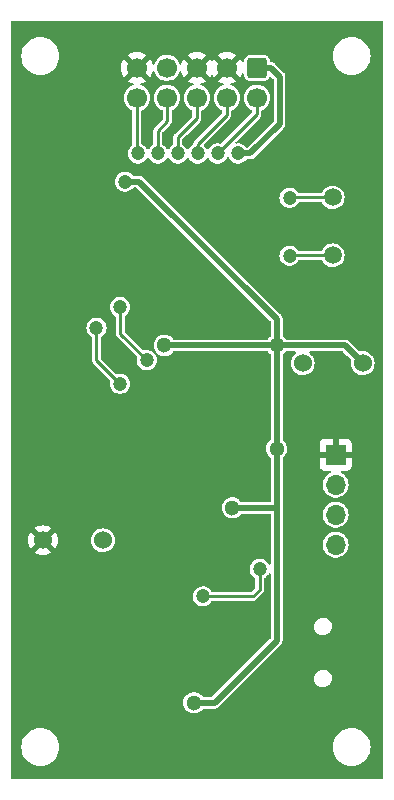
<source format=gbr>
%TF.GenerationSoftware,KiCad,Pcbnew,7.0.1*%
%TF.CreationDate,2023-03-18T11:39:06+07:00*%
%TF.ProjectId,BMP,424d502e-6b69-4636-9164-5f7063625858,rev?*%
%TF.SameCoordinates,Original*%
%TF.FileFunction,Copper,L2,Bot*%
%TF.FilePolarity,Positive*%
%FSLAX46Y46*%
G04 Gerber Fmt 4.6, Leading zero omitted, Abs format (unit mm)*
G04 Created by KiCad (PCBNEW 7.0.1) date 2023-03-18 11:39:06*
%MOMM*%
%LPD*%
G01*
G04 APERTURE LIST*
G04 Aperture macros list*
%AMRoundRect*
0 Rectangle with rounded corners*
0 $1 Rounding radius*
0 $2 $3 $4 $5 $6 $7 $8 $9 X,Y pos of 4 corners*
0 Add a 4 corners polygon primitive as box body*
4,1,4,$2,$3,$4,$5,$6,$7,$8,$9,$2,$3,0*
0 Add four circle primitives for the rounded corners*
1,1,$1+$1,$2,$3*
1,1,$1+$1,$4,$5*
1,1,$1+$1,$6,$7*
1,1,$1+$1,$8,$9*
0 Add four rect primitives between the rounded corners*
20,1,$1+$1,$2,$3,$4,$5,0*
20,1,$1+$1,$4,$5,$6,$7,0*
20,1,$1+$1,$6,$7,$8,$9,0*
20,1,$1+$1,$8,$9,$2,$3,0*%
G04 Aperture macros list end*
%TA.AperFunction,ComponentPad*%
%ADD10C,1.700000*%
%TD*%
%TA.AperFunction,ComponentPad*%
%ADD11RoundRect,0.250000X-0.600000X0.600000X-0.600000X-0.600000X0.600000X-0.600000X0.600000X0.600000X0*%
%TD*%
%TA.AperFunction,ComponentPad*%
%ADD12O,1.700000X1.700000*%
%TD*%
%TA.AperFunction,ComponentPad*%
%ADD13R,1.700000X1.700000*%
%TD*%
%TA.AperFunction,ComponentPad*%
%ADD14C,1.524000*%
%TD*%
%TA.AperFunction,ComponentPad*%
%ADD15C,1.500000*%
%TD*%
%TA.AperFunction,ViaPad*%
%ADD16C,1.200000*%
%TD*%
%TA.AperFunction,ViaPad*%
%ADD17C,1.300000*%
%TD*%
%TA.AperFunction,Conductor*%
%ADD18C,0.250000*%
%TD*%
%TA.AperFunction,Conductor*%
%ADD19C,0.500000*%
%TD*%
G04 APERTURE END LIST*
D10*
%TO.P,J2,10,Pin_10*%
%TO.N,/TARGET_RST*%
X12670000Y-8040000D03*
%TO.P,J2,9,Pin_9*%
%TO.N,GND*%
X12670000Y-5500000D03*
%TO.P,J2,8,Pin_8*%
%TO.N,/TARGET_TDI*%
X15210000Y-8040000D03*
%TO.P,J2,7,Pin_7*%
%TO.N,unconnected-(J2-Pin_7-Pad7)*%
X15210000Y-5500000D03*
%TO.P,J2,6,Pin_6*%
%TO.N,/TARGET_TDO*%
X17750000Y-8040000D03*
%TO.P,J2,5,Pin_5*%
%TO.N,GND*%
X17750000Y-5500000D03*
%TO.P,J2,4,Pin_4*%
%TO.N,/TARGET_TCK*%
X20290000Y-8040000D03*
%TO.P,J2,3,Pin_3*%
%TO.N,GND*%
X20290000Y-5500000D03*
%TO.P,J2,2,Pin_2*%
%TO.N,/TARGET_TMS*%
X22830000Y-8040000D03*
D11*
%TO.P,J2,1,Pin_1*%
%TO.N,/TPWR*%
X22830000Y-5500000D03*
%TD*%
D12*
%TO.P,J1,4,Pin_4*%
%TO.N,+3.3V*%
X29500000Y-45870000D03*
%TO.P,J1,3,Pin_3*%
%TO.N,/RXD*%
X29500000Y-43330000D03*
%TO.P,J1,2,Pin_2*%
%TO.N,/TXD*%
X29500000Y-40790000D03*
D13*
%TO.P,J1,1,Pin_1*%
%TO.N,GND*%
X29500000Y-38250000D03*
%TD*%
D14*
%TO.P,SW1,2,2*%
%TO.N,/FORCE_BOOTLOADER*%
X9790000Y-45500000D03*
%TO.P,SW1,1,1*%
%TO.N,GND*%
X4710000Y-45500000D03*
%TD*%
D15*
%TO.P,Y1,2,2*%
%TO.N,Net-(U1-PD0)*%
X29250000Y-21375000D03*
%TO.P,Y1,1,1*%
%TO.N,Net-(U1-PD1)*%
X29250000Y-16475000D03*
%TD*%
D14*
%TO.P,SW2,2,2*%
%TO.N,+3.3V*%
X31790000Y-30500000D03*
%TO.P,SW2,1,1*%
%TO.N,Net-(U1-BOOT0)*%
X26710000Y-30500000D03*
%TD*%
D16*
%TO.N,Net-(U1-PD0)*%
X25600000Y-21400000D03*
%TO.N,Net-(U1-PD1)*%
X25600000Y-16500000D03*
%TO.N,GND*%
X11000000Y-12750000D03*
%TO.N,/TPWR*%
X21250000Y-12750000D03*
%TO.N,/TARGET_TMS*%
X19500000Y-12750000D03*
%TO.N,/TARGET_TCK*%
X17812500Y-12750000D03*
%TO.N,/TARGET_TDI*%
X14437500Y-12750000D03*
%TO.N,/TARGET_TDO*%
X16125000Y-12750000D03*
%TO.N,/TARGET_RST*%
X12750000Y-12750000D03*
D17*
%TO.N,GND*%
X18250000Y-52250000D03*
D16*
X10000000Y-42000000D03*
X8500000Y-17750000D03*
D17*
X26750000Y-38000000D03*
D16*
X15000000Y-49750000D03*
D17*
X26750000Y-42750000D03*
%TO.N,+3.3V*%
X15000000Y-29000000D03*
X17500000Y-59250000D03*
X20750000Y-42750000D03*
X24500000Y-37750000D03*
X24500000Y-29000000D03*
D16*
X11667315Y-15127302D03*
%TO.N,Net-(CN1-D+)*%
X23066926Y-47911739D03*
X18250000Y-50250000D03*
%TO.N,/RST*%
X13500000Y-30250000D03*
X11250000Y-25750000D03*
%TO.N,/TDI*%
X11250000Y-32250000D03*
X9250000Y-27500000D03*
%TD*%
D18*
%TO.N,Net-(U1-PD0)*%
X25625000Y-21375000D02*
X29250000Y-21375000D01*
X25600000Y-21400000D02*
X25625000Y-21375000D01*
%TO.N,Net-(U1-PD1)*%
X25625000Y-16475000D02*
X29250000Y-16475000D01*
D19*
%TO.N,/TPWR*%
X24750000Y-6250000D02*
X24000000Y-5500000D01*
X22250000Y-12750000D02*
X24750000Y-10250000D01*
X21250000Y-12750000D02*
X22250000Y-12750000D01*
X24000000Y-5500000D02*
X22830000Y-5500000D01*
X24750000Y-10250000D02*
X24750000Y-6250000D01*
D18*
%TO.N,/TARGET_TMS*%
X22830000Y-9420000D02*
X22830000Y-8040000D01*
X19500000Y-12750000D02*
X22830000Y-9420000D01*
%TO.N,/TARGET_TCK*%
X20290000Y-9460000D02*
X20290000Y-8040000D01*
X17812500Y-11937500D02*
X20290000Y-9460000D01*
X17812500Y-12750000D02*
X17812500Y-11937500D01*
%TO.N,/TARGET_TDO*%
X17750000Y-9750000D02*
X17750000Y-8040000D01*
X16125000Y-11375000D02*
X17750000Y-9750000D01*
X16125000Y-12750000D02*
X16125000Y-11375000D01*
%TO.N,/TARGET_TDI*%
X15250000Y-8080000D02*
X15210000Y-8040000D01*
X15250000Y-10000000D02*
X15250000Y-8080000D01*
X14437500Y-10812500D02*
X15250000Y-10000000D01*
X14437500Y-12750000D02*
X14437500Y-10812500D01*
%TO.N,/TARGET_RST*%
X12670000Y-12670000D02*
X12670000Y-8040000D01*
X12750000Y-12750000D02*
X12670000Y-12670000D01*
D19*
%TO.N,+3.3V*%
X11667315Y-15127302D02*
X12877302Y-15127302D01*
X20750000Y-42750000D02*
X24500000Y-42750000D01*
X24500000Y-26750000D02*
X24500000Y-29000000D01*
X12877302Y-15127302D02*
X24500000Y-26750000D01*
X30290000Y-29000000D02*
X31790000Y-30500000D01*
X24500000Y-37750000D02*
X24500000Y-29000000D01*
X24500000Y-54000000D02*
X24500000Y-42750000D01*
X24500000Y-42750000D02*
X24500000Y-37750000D01*
X24500000Y-29000000D02*
X30290000Y-29000000D01*
X19250000Y-59250000D02*
X17500000Y-59250000D01*
X24500000Y-54000000D02*
X19250000Y-59250000D01*
X15000000Y-29000000D02*
X24500000Y-29000000D01*
D18*
%TO.N,Net-(CN1-D+)*%
X23066926Y-47911739D02*
X23066926Y-49683074D01*
X22500000Y-50250000D02*
X18250000Y-50250000D01*
X23066926Y-49683074D02*
X22500000Y-50250000D01*
%TO.N,/RST*%
X11250000Y-25750000D02*
X11250000Y-28000000D01*
X11250000Y-28000000D02*
X13500000Y-30250000D01*
%TO.N,/TDI*%
X11250000Y-32250000D02*
X9250000Y-30250000D01*
X9250000Y-30250000D02*
X9250000Y-27500000D01*
%TD*%
%TA.AperFunction,Conductor*%
%TO.N,GND*%
G36*
X33450000Y-1513763D02*
G01*
X33486237Y-1550000D01*
X33499500Y-1599500D01*
X33499500Y-65650500D01*
X33486237Y-65700000D01*
X33450000Y-65736237D01*
X33400500Y-65749500D01*
X2099500Y-65749500D01*
X2050000Y-65736237D01*
X2013763Y-65700000D01*
X2000500Y-65650500D01*
X2000500Y-62999999D01*
X2894551Y-62999999D01*
X2914316Y-63251146D01*
X2973127Y-63496112D01*
X3069535Y-63728862D01*
X3201163Y-63943658D01*
X3364775Y-64135224D01*
X3556341Y-64298836D01*
X3771137Y-64430464D01*
X3771139Y-64430464D01*
X3771141Y-64430466D01*
X4003889Y-64526873D01*
X4248852Y-64585683D01*
X4500000Y-64605449D01*
X4751148Y-64585683D01*
X4996111Y-64526873D01*
X5228859Y-64430466D01*
X5443659Y-64298836D01*
X5635224Y-64135224D01*
X5798836Y-63943659D01*
X5930466Y-63728859D01*
X6026873Y-63496111D01*
X6085683Y-63251148D01*
X6105449Y-63000000D01*
X6105449Y-62999999D01*
X29244551Y-62999999D01*
X29264316Y-63251146D01*
X29323127Y-63496112D01*
X29419535Y-63728862D01*
X29551163Y-63943658D01*
X29714775Y-64135224D01*
X29906341Y-64298836D01*
X30121137Y-64430464D01*
X30121139Y-64430464D01*
X30121141Y-64430466D01*
X30353889Y-64526873D01*
X30598852Y-64585683D01*
X30850000Y-64605449D01*
X31101148Y-64585683D01*
X31346111Y-64526873D01*
X31578859Y-64430466D01*
X31793659Y-64298836D01*
X31985224Y-64135224D01*
X32148836Y-63943659D01*
X32280466Y-63728859D01*
X32376873Y-63496111D01*
X32435683Y-63251148D01*
X32455449Y-63000000D01*
X32435683Y-62748852D01*
X32376873Y-62503889D01*
X32280466Y-62271141D01*
X32148836Y-62056341D01*
X31985224Y-61864775D01*
X31793658Y-61701163D01*
X31578862Y-61569535D01*
X31346112Y-61473127D01*
X31101146Y-61414316D01*
X30850000Y-61394551D01*
X30598853Y-61414316D01*
X30353887Y-61473127D01*
X30121137Y-61569535D01*
X29906341Y-61701163D01*
X29714775Y-61864775D01*
X29551163Y-62056341D01*
X29419535Y-62271137D01*
X29323127Y-62503887D01*
X29264316Y-62748853D01*
X29244551Y-62999999D01*
X6105449Y-62999999D01*
X6085683Y-62748852D01*
X6026873Y-62503889D01*
X5930466Y-62271141D01*
X5798836Y-62056341D01*
X5635224Y-61864775D01*
X5443658Y-61701163D01*
X5228862Y-61569535D01*
X4996112Y-61473127D01*
X4751146Y-61414316D01*
X4500000Y-61394551D01*
X4248853Y-61414316D01*
X4003887Y-61473127D01*
X3771137Y-61569535D01*
X3556341Y-61701163D01*
X3364775Y-61864775D01*
X3201163Y-62056341D01*
X3069535Y-62271137D01*
X2973127Y-62503887D01*
X2914316Y-62748853D01*
X2894551Y-62999999D01*
X2000500Y-62999999D01*
X2000500Y-46551741D01*
X4011811Y-46551741D01*
X4076586Y-46597097D01*
X4276722Y-46690421D01*
X4490021Y-46747575D01*
X4710000Y-46766821D01*
X4929978Y-46747575D01*
X5143277Y-46690421D01*
X5343411Y-46597098D01*
X5408186Y-46551741D01*
X4709999Y-45853554D01*
X4011811Y-46551741D01*
X2000500Y-46551741D01*
X2000500Y-45500000D01*
X3443178Y-45500000D01*
X3462424Y-45719978D01*
X3519578Y-45933277D01*
X3612902Y-46133413D01*
X3658257Y-46198186D01*
X4356444Y-45499999D01*
X5063554Y-45499999D01*
X5761741Y-46198186D01*
X5807098Y-46133411D01*
X5900421Y-45933277D01*
X5957575Y-45719978D01*
X5976821Y-45500000D01*
X5976821Y-45499999D01*
X8772600Y-45499999D01*
X8792149Y-45698483D01*
X8850045Y-45889342D01*
X8944062Y-46065236D01*
X9000014Y-46133413D01*
X9070590Y-46219410D01*
X9131323Y-46269252D01*
X9224763Y-46345937D01*
X9400657Y-46439954D01*
X9439768Y-46451818D01*
X9591515Y-46497850D01*
X9790000Y-46517399D01*
X9988485Y-46497850D01*
X10179342Y-46439954D01*
X10179342Y-46439953D01*
X10355236Y-46345937D01*
X10369059Y-46334592D01*
X10509410Y-46219410D01*
X10635936Y-46065237D01*
X10729954Y-45889342D01*
X10787850Y-45698485D01*
X10807399Y-45500000D01*
X10787850Y-45301515D01*
X10740810Y-45146444D01*
X10729954Y-45110657D01*
X10635937Y-44934763D01*
X10531064Y-44806976D01*
X10509410Y-44780590D01*
X10446145Y-44728670D01*
X10355236Y-44654062D01*
X10179342Y-44560045D01*
X9988483Y-44502149D01*
X9789999Y-44482600D01*
X9591516Y-44502149D01*
X9400657Y-44560045D01*
X9224763Y-44654062D01*
X9070590Y-44780590D01*
X8944062Y-44934763D01*
X8850045Y-45110657D01*
X8792149Y-45301516D01*
X8772600Y-45499999D01*
X5976821Y-45499999D01*
X5957575Y-45280021D01*
X5900420Y-45066717D01*
X5807100Y-44866592D01*
X5761741Y-44801812D01*
X5063554Y-45499999D01*
X4356444Y-45499999D01*
X3658257Y-44801812D01*
X3612899Y-44866592D01*
X3519579Y-45066717D01*
X3462424Y-45280021D01*
X3443178Y-45500000D01*
X2000500Y-45500000D01*
X2000500Y-44448257D01*
X4011812Y-44448257D01*
X4709999Y-45146444D01*
X5408186Y-44448257D01*
X5343413Y-44402902D01*
X5143277Y-44309578D01*
X4929978Y-44252424D01*
X4710000Y-44233178D01*
X4490021Y-44252424D01*
X4276717Y-44309579D01*
X4076592Y-44402899D01*
X4011812Y-44448257D01*
X2000500Y-44448257D01*
X2000500Y-27500000D01*
X8394815Y-27500000D01*
X8413503Y-27677803D01*
X8468750Y-27847835D01*
X8558141Y-28002665D01*
X8606307Y-28056159D01*
X8677770Y-28135526D01*
X8830825Y-28246729D01*
X8829126Y-28249066D01*
X8858528Y-28274177D01*
X8874500Y-28328097D01*
X8874500Y-30200789D01*
X8872393Y-30221105D01*
X8869633Y-30234267D01*
X8873740Y-30267217D01*
X8874500Y-30279462D01*
X8874500Y-30281118D01*
X8878003Y-30302115D01*
X8878593Y-30306159D01*
X8885756Y-30363622D01*
X8887536Y-30369178D01*
X8915088Y-30420091D01*
X8916959Y-30423726D01*
X8942390Y-30475743D01*
X8945867Y-30480407D01*
X8949580Y-30483825D01*
X8949581Y-30483826D01*
X8988473Y-30519629D01*
X8991400Y-30522437D01*
X10401911Y-31932948D01*
X10428172Y-31979841D01*
X10426062Y-32033544D01*
X10413503Y-32072195D01*
X10394815Y-32250000D01*
X10413503Y-32427802D01*
X10468750Y-32597835D01*
X10558142Y-32752666D01*
X10677770Y-32885526D01*
X10822406Y-32990612D01*
X10931864Y-33039345D01*
X10985733Y-33063329D01*
X11160609Y-33100500D01*
X11339389Y-33100500D01*
X11339391Y-33100500D01*
X11514267Y-33063329D01*
X11677593Y-32990612D01*
X11822230Y-32885526D01*
X11941859Y-32752665D01*
X12031250Y-32597835D01*
X12086497Y-32427803D01*
X12105185Y-32250000D01*
X12086497Y-32072197D01*
X12031250Y-31902165D01*
X11941859Y-31747335D01*
X11822230Y-31614474D01*
X11822229Y-31614473D01*
X11677593Y-31509387D01*
X11514270Y-31436672D01*
X11514268Y-31436671D01*
X11514267Y-31436671D01*
X11339391Y-31399500D01*
X11160609Y-31399500D01*
X11023445Y-31428654D01*
X10974745Y-31426740D01*
X10932859Y-31401821D01*
X9654496Y-30123458D01*
X9633036Y-30091340D01*
X9625500Y-30053454D01*
X9625500Y-28328097D01*
X9641472Y-28274177D01*
X9670873Y-28249066D01*
X9669175Y-28246729D01*
X9769653Y-28173726D01*
X9822230Y-28135526D01*
X9941859Y-28002665D01*
X10031250Y-27847835D01*
X10086497Y-27677803D01*
X10105185Y-27500000D01*
X10086497Y-27322197D01*
X10031250Y-27152165D01*
X9941859Y-26997335D01*
X9822230Y-26864474D01*
X9822229Y-26864473D01*
X9677593Y-26759387D01*
X9514270Y-26686672D01*
X9514268Y-26686671D01*
X9514267Y-26686671D01*
X9339391Y-26649500D01*
X9160609Y-26649500D01*
X9073170Y-26668085D01*
X8985731Y-26686671D01*
X8822409Y-26759387D01*
X8677767Y-26864475D01*
X8558142Y-26997332D01*
X8468750Y-27152164D01*
X8468750Y-27152165D01*
X8413503Y-27322197D01*
X8394815Y-27500000D01*
X2000500Y-27500000D01*
X2000500Y-25749999D01*
X10394815Y-25749999D01*
X10413503Y-25927802D01*
X10468750Y-26097835D01*
X10558142Y-26252666D01*
X10677770Y-26385526D01*
X10830825Y-26496729D01*
X10829126Y-26499066D01*
X10858528Y-26524177D01*
X10874500Y-26578097D01*
X10874500Y-27950789D01*
X10872393Y-27971105D01*
X10869633Y-27984267D01*
X10873740Y-28017217D01*
X10874500Y-28029462D01*
X10874500Y-28031118D01*
X10878003Y-28052115D01*
X10878593Y-28056159D01*
X10885756Y-28113622D01*
X10887536Y-28119178D01*
X10915088Y-28170091D01*
X10916958Y-28173724D01*
X10929859Y-28200113D01*
X10942390Y-28225743D01*
X10945867Y-28230407D01*
X10949580Y-28233825D01*
X10949581Y-28233826D01*
X10988473Y-28269629D01*
X10991400Y-28272437D01*
X12651911Y-29932948D01*
X12678172Y-29979841D01*
X12676062Y-30033544D01*
X12663503Y-30072195D01*
X12646364Y-30235259D01*
X12644815Y-30250000D01*
X12663503Y-30427803D01*
X12693331Y-30519604D01*
X12718750Y-30597835D01*
X12808142Y-30752666D01*
X12927770Y-30885526D01*
X13072406Y-30990612D01*
X13181864Y-31039345D01*
X13235733Y-31063329D01*
X13410609Y-31100500D01*
X13589389Y-31100500D01*
X13589391Y-31100500D01*
X13764267Y-31063329D01*
X13927593Y-30990612D01*
X14072230Y-30885526D01*
X14191859Y-30752665D01*
X14281250Y-30597835D01*
X14336497Y-30427803D01*
X14355185Y-30250000D01*
X14336497Y-30072197D01*
X14281250Y-29902165D01*
X14191859Y-29747335D01*
X14072230Y-29614474D01*
X14005716Y-29566148D01*
X13927593Y-29509387D01*
X13764270Y-29436672D01*
X13764268Y-29436671D01*
X13764267Y-29436671D01*
X13589391Y-29399500D01*
X13410609Y-29399500D01*
X13273445Y-29428654D01*
X13224745Y-29426740D01*
X13182859Y-29401821D01*
X11654496Y-27873458D01*
X11633036Y-27841340D01*
X11625500Y-27803454D01*
X11625500Y-26578097D01*
X11641472Y-26524177D01*
X11670873Y-26499066D01*
X11669175Y-26496729D01*
X11756989Y-26432927D01*
X11822230Y-26385526D01*
X11941859Y-26252665D01*
X12031250Y-26097835D01*
X12086497Y-25927803D01*
X12105185Y-25750000D01*
X12086497Y-25572197D01*
X12031250Y-25402165D01*
X11941859Y-25247335D01*
X11822230Y-25114474D01*
X11822229Y-25114473D01*
X11677593Y-25009387D01*
X11514270Y-24936672D01*
X11514268Y-24936671D01*
X11514267Y-24936671D01*
X11339391Y-24899500D01*
X11160609Y-24899500D01*
X11073171Y-24918085D01*
X10985731Y-24936671D01*
X10822409Y-25009387D01*
X10677767Y-25114475D01*
X10558142Y-25247332D01*
X10468750Y-25402164D01*
X10413503Y-25572197D01*
X10394815Y-25749999D01*
X2000500Y-25749999D01*
X2000500Y-15127302D01*
X10812130Y-15127302D01*
X10830818Y-15305105D01*
X10886065Y-15475137D01*
X10975456Y-15629967D01*
X10993044Y-15649500D01*
X11095085Y-15762828D01*
X11239721Y-15867914D01*
X11348763Y-15916462D01*
X11403048Y-15940631D01*
X11577924Y-15977802D01*
X11756704Y-15977802D01*
X11756706Y-15977802D01*
X11931582Y-15940631D01*
X12094908Y-15867914D01*
X12239545Y-15762828D01*
X12331628Y-15660558D01*
X12364934Y-15636361D01*
X12405201Y-15627802D01*
X12628980Y-15627802D01*
X12666866Y-15635338D01*
X12698984Y-15656798D01*
X23970504Y-26928318D01*
X23991964Y-26960436D01*
X23999500Y-26998322D01*
X23999500Y-28200113D01*
X23988709Y-28245058D01*
X23958690Y-28280206D01*
X23894128Y-28327111D01*
X23768403Y-28466744D01*
X23735099Y-28490941D01*
X23694832Y-28499500D01*
X15805168Y-28499500D01*
X15764901Y-28490941D01*
X15731597Y-28466744D01*
X15605873Y-28327113D01*
X15472767Y-28230407D01*
X15452730Y-28215849D01*
X15417387Y-28200113D01*
X15279804Y-28138856D01*
X15218084Y-28125737D01*
X15094646Y-28099500D01*
X14905354Y-28099500D01*
X14838915Y-28113622D01*
X14720195Y-28138856D01*
X14547271Y-28215848D01*
X14394126Y-28327113D01*
X14267468Y-28467781D01*
X14172821Y-28631715D01*
X14114326Y-28811744D01*
X14094540Y-29000000D01*
X14114326Y-29188255D01*
X14172821Y-29368284D01*
X14267468Y-29532218D01*
X14394126Y-29672886D01*
X14394129Y-29672888D01*
X14547270Y-29784151D01*
X14720197Y-29861144D01*
X14905354Y-29900500D01*
X15094644Y-29900500D01*
X15094646Y-29900500D01*
X15279803Y-29861144D01*
X15452730Y-29784151D01*
X15605871Y-29672888D01*
X15648176Y-29625904D01*
X15731597Y-29533256D01*
X15764901Y-29509059D01*
X15805168Y-29500500D01*
X23694832Y-29500500D01*
X23735099Y-29509059D01*
X23768403Y-29533256D01*
X23894128Y-29672888D01*
X23958690Y-29719794D01*
X23988709Y-29754942D01*
X23999500Y-29799887D01*
X23999500Y-36950113D01*
X23988709Y-36995058D01*
X23958690Y-37030206D01*
X23894128Y-37077111D01*
X23767468Y-37217781D01*
X23672821Y-37381715D01*
X23614326Y-37561744D01*
X23594540Y-37749999D01*
X23614326Y-37938255D01*
X23672821Y-38118284D01*
X23767468Y-38282218D01*
X23894128Y-38422888D01*
X23958690Y-38469794D01*
X23988709Y-38504942D01*
X23999500Y-38549887D01*
X23999500Y-42150500D01*
X23986237Y-42200000D01*
X23950000Y-42236237D01*
X23900500Y-42249500D01*
X21555168Y-42249500D01*
X21514901Y-42240941D01*
X21481597Y-42216744D01*
X21355873Y-42077113D01*
X21279300Y-42021480D01*
X21202730Y-41965849D01*
X21202728Y-41965848D01*
X21029804Y-41888856D01*
X20968083Y-41875737D01*
X20844646Y-41849500D01*
X20655354Y-41849500D01*
X20562775Y-41869178D01*
X20470195Y-41888856D01*
X20297271Y-41965848D01*
X20144126Y-42077113D01*
X20017468Y-42217781D01*
X19922821Y-42381715D01*
X19864326Y-42561744D01*
X19844540Y-42750000D01*
X19864326Y-42938255D01*
X19922821Y-43118284D01*
X20017468Y-43282218D01*
X20144126Y-43422886D01*
X20144129Y-43422888D01*
X20297270Y-43534151D01*
X20470197Y-43611144D01*
X20655354Y-43650500D01*
X20844644Y-43650500D01*
X20844646Y-43650500D01*
X21029803Y-43611144D01*
X21202730Y-43534151D01*
X21355871Y-43422888D01*
X21439509Y-43329999D01*
X21481597Y-43283256D01*
X21514901Y-43259059D01*
X21555168Y-43250500D01*
X23900500Y-43250500D01*
X23950000Y-43263763D01*
X23986237Y-43300000D01*
X23999500Y-43349500D01*
X23999500Y-47456532D01*
X23986236Y-47506032D01*
X23950000Y-47542269D01*
X23900500Y-47555532D01*
X23851000Y-47542268D01*
X23814764Y-47506033D01*
X23758785Y-47409074D01*
X23758784Y-47409073D01*
X23758783Y-47409071D01*
X23639155Y-47276212D01*
X23494519Y-47171126D01*
X23331196Y-47098411D01*
X23331194Y-47098410D01*
X23331193Y-47098410D01*
X23156317Y-47061239D01*
X22977535Y-47061239D01*
X22890096Y-47079824D01*
X22802657Y-47098410D01*
X22639335Y-47171126D01*
X22494693Y-47276214D01*
X22375068Y-47409071D01*
X22285676Y-47563903D01*
X22285676Y-47563904D01*
X22230429Y-47733936D01*
X22211741Y-47911739D01*
X22230429Y-48089542D01*
X22285676Y-48259574D01*
X22319088Y-48317446D01*
X22375068Y-48414405D01*
X22494696Y-48547265D01*
X22647751Y-48658468D01*
X22646052Y-48660805D01*
X22675454Y-48685916D01*
X22691426Y-48739836D01*
X22691426Y-49486528D01*
X22683890Y-49524414D01*
X22662430Y-49556532D01*
X22373458Y-49845504D01*
X22341340Y-49866964D01*
X22303454Y-49874500D01*
X19072435Y-49874500D01*
X19022935Y-49861236D01*
X18986700Y-49825002D01*
X18941859Y-49747335D01*
X18941858Y-49747334D01*
X18941857Y-49747332D01*
X18822229Y-49614473D01*
X18677593Y-49509387D01*
X18514270Y-49436672D01*
X18514268Y-49436671D01*
X18514267Y-49436671D01*
X18339391Y-49399500D01*
X18160609Y-49399500D01*
X18073171Y-49418085D01*
X17985731Y-49436671D01*
X17822409Y-49509387D01*
X17677767Y-49614475D01*
X17558142Y-49747332D01*
X17468750Y-49902164D01*
X17442359Y-49983387D01*
X17413503Y-50072197D01*
X17394815Y-50250000D01*
X17413503Y-50427803D01*
X17453344Y-50550419D01*
X17468750Y-50597835D01*
X17558142Y-50752666D01*
X17677770Y-50885526D01*
X17822406Y-50990612D01*
X17931864Y-51039345D01*
X17985733Y-51063329D01*
X18160609Y-51100500D01*
X18339389Y-51100500D01*
X18339391Y-51100500D01*
X18514267Y-51063329D01*
X18677593Y-50990612D01*
X18822230Y-50885526D01*
X18941859Y-50752665D01*
X18986700Y-50674997D01*
X19022935Y-50638764D01*
X19072435Y-50625500D01*
X22450789Y-50625500D01*
X22471105Y-50627607D01*
X22484268Y-50630367D01*
X22517216Y-50626260D01*
X22529462Y-50625500D01*
X22531112Y-50625500D01*
X22531114Y-50625500D01*
X22552147Y-50621989D01*
X22556143Y-50621407D01*
X22608626Y-50614866D01*
X22608627Y-50614865D01*
X22613637Y-50614241D01*
X22619163Y-50612470D01*
X22623605Y-50610065D01*
X22623610Y-50610065D01*
X22670104Y-50584903D01*
X22673694Y-50583055D01*
X22721211Y-50559826D01*
X22721212Y-50559824D01*
X22725755Y-50557604D01*
X22730397Y-50554142D01*
X22733822Y-50550420D01*
X22733826Y-50550419D01*
X22769653Y-50511499D01*
X22772415Y-50508620D01*
X23297653Y-49983382D01*
X23313503Y-49970512D01*
X23324762Y-49963158D01*
X23345152Y-49936959D01*
X23353270Y-49927766D01*
X23354445Y-49926592D01*
X23366830Y-49909243D01*
X23369231Y-49906022D01*
X23401735Y-49864263D01*
X23401736Y-49864259D01*
X23404844Y-49860267D01*
X23407491Y-49855126D01*
X23408936Y-49850273D01*
X23424022Y-49799599D01*
X23425245Y-49795778D01*
X23442426Y-49745734D01*
X23442426Y-49745730D01*
X23444063Y-49740961D01*
X23444902Y-49735202D01*
X23442511Y-49677374D01*
X23442426Y-49673283D01*
X23442426Y-48739836D01*
X23458398Y-48685916D01*
X23487799Y-48660805D01*
X23486101Y-48658468D01*
X23570906Y-48596851D01*
X23639156Y-48547265D01*
X23758785Y-48414404D01*
X23814764Y-48317444D01*
X23851000Y-48281210D01*
X23900500Y-48267946D01*
X23950000Y-48281209D01*
X23986236Y-48317446D01*
X23999500Y-48366946D01*
X23999500Y-53751678D01*
X23991964Y-53789564D01*
X23970504Y-53821682D01*
X19071682Y-58720504D01*
X19039564Y-58741964D01*
X19001678Y-58749500D01*
X18305168Y-58749500D01*
X18264901Y-58740941D01*
X18231597Y-58716744D01*
X18105873Y-58577113D01*
X18029300Y-58521480D01*
X17952730Y-58465849D01*
X17952728Y-58465848D01*
X17779804Y-58388856D01*
X17718084Y-58375737D01*
X17594646Y-58349500D01*
X17405354Y-58349500D01*
X17312775Y-58369178D01*
X17220195Y-58388856D01*
X17047271Y-58465848D01*
X16894126Y-58577113D01*
X16767468Y-58717781D01*
X16672821Y-58881715D01*
X16614326Y-59061744D01*
X16594540Y-59249999D01*
X16614326Y-59438255D01*
X16672821Y-59618284D01*
X16767468Y-59782218D01*
X16894126Y-59922886D01*
X16894129Y-59922888D01*
X17047270Y-60034151D01*
X17220197Y-60111144D01*
X17405354Y-60150500D01*
X17594644Y-60150500D01*
X17594646Y-60150500D01*
X17779803Y-60111144D01*
X17952730Y-60034151D01*
X18105871Y-59922888D01*
X18231595Y-59783256D01*
X18264901Y-59759059D01*
X18305168Y-59750500D01*
X19185546Y-59750500D01*
X19206590Y-59752762D01*
X19213927Y-59754359D01*
X19264355Y-59750752D01*
X19271418Y-59750500D01*
X19285801Y-59750500D01*
X19294391Y-59749264D01*
X19300037Y-59748452D01*
X19307043Y-59747698D01*
X19357483Y-59744091D01*
X19364517Y-59741467D01*
X19385022Y-59736233D01*
X19392457Y-59735165D01*
X19438450Y-59714159D01*
X19444952Y-59711466D01*
X19492331Y-59693796D01*
X19498349Y-59689290D01*
X19516548Y-59678493D01*
X19523373Y-59675377D01*
X19523374Y-59675375D01*
X19523376Y-59675375D01*
X19561563Y-59642284D01*
X19567053Y-59637858D01*
X19578593Y-59629221D01*
X19588779Y-59619033D01*
X19593907Y-59614258D01*
X19632143Y-59581128D01*
X19636199Y-59574814D01*
X19649477Y-59558335D01*
X21963875Y-57243937D01*
X27670669Y-57243937D01*
X27701134Y-57416712D01*
X27770622Y-57577802D01*
X27770623Y-57577804D01*
X27875390Y-57718530D01*
X27947253Y-57778830D01*
X28009783Y-57831300D01*
X28009784Y-57831300D01*
X28009786Y-57831302D01*
X28166567Y-57910040D01*
X28166569Y-57910041D01*
X28337277Y-57950500D01*
X28337279Y-57950500D01*
X28468704Y-57950500D01*
X28468709Y-57950500D01*
X28599255Y-57935241D01*
X28764117Y-57875237D01*
X28910696Y-57778830D01*
X29031092Y-57651218D01*
X29118812Y-57499281D01*
X29169130Y-57331210D01*
X29179331Y-57156065D01*
X29148865Y-56983289D01*
X29148865Y-56983287D01*
X29079377Y-56822197D01*
X29079377Y-56822196D01*
X28974610Y-56681470D01*
X28907411Y-56625083D01*
X28840216Y-56568699D01*
X28683430Y-56489958D01*
X28512723Y-56449500D01*
X28512721Y-56449500D01*
X28381291Y-56449500D01*
X28288043Y-56460399D01*
X28250743Y-56464759D01*
X28085882Y-56524763D01*
X27939304Y-56621169D01*
X27818909Y-56748780D01*
X27731188Y-56900719D01*
X27680870Y-57068789D01*
X27670669Y-57243937D01*
X21963875Y-57243937D01*
X24808335Y-54399477D01*
X24824816Y-54386199D01*
X24831128Y-54382143D01*
X24864258Y-54343907D01*
X24869033Y-54338779D01*
X24879221Y-54328593D01*
X24887858Y-54317053D01*
X24892284Y-54311563D01*
X24925375Y-54273376D01*
X24925375Y-54273374D01*
X24925377Y-54273373D01*
X24928493Y-54266548D01*
X24939290Y-54248349D01*
X24943796Y-54242331D01*
X24961466Y-54194952D01*
X24964159Y-54188450D01*
X24985165Y-54142457D01*
X24986233Y-54135022D01*
X24991467Y-54114517D01*
X24994091Y-54107483D01*
X24997698Y-54057043D01*
X24998453Y-54050032D01*
X25000500Y-54035801D01*
X25000500Y-54021418D01*
X25000752Y-54014356D01*
X25000791Y-54013797D01*
X25004359Y-53963927D01*
X25002762Y-53956590D01*
X25000500Y-53935546D01*
X25000500Y-52843937D01*
X27670669Y-52843937D01*
X27701134Y-53016712D01*
X27770622Y-53177802D01*
X27770623Y-53177804D01*
X27875390Y-53318530D01*
X27947253Y-53378830D01*
X28009783Y-53431300D01*
X28009784Y-53431300D01*
X28009786Y-53431302D01*
X28166567Y-53510040D01*
X28166569Y-53510041D01*
X28337277Y-53550500D01*
X28337279Y-53550500D01*
X28468704Y-53550500D01*
X28468709Y-53550500D01*
X28599255Y-53535241D01*
X28764117Y-53475237D01*
X28910696Y-53378830D01*
X29031092Y-53251218D01*
X29118812Y-53099281D01*
X29169130Y-52931210D01*
X29179331Y-52756065D01*
X29148865Y-52583289D01*
X29148865Y-52583287D01*
X29079377Y-52422197D01*
X29079377Y-52422196D01*
X28974610Y-52281470D01*
X28907412Y-52225084D01*
X28840216Y-52168699D01*
X28683430Y-52089958D01*
X28512723Y-52049500D01*
X28512721Y-52049500D01*
X28381291Y-52049500D01*
X28288043Y-52060399D01*
X28250743Y-52064759D01*
X28085882Y-52124763D01*
X27939304Y-52221169D01*
X27818909Y-52348780D01*
X27731188Y-52500719D01*
X27680870Y-52668789D01*
X27670669Y-52843937D01*
X25000500Y-52843937D01*
X25000500Y-45870000D01*
X28394785Y-45870000D01*
X28413603Y-46073083D01*
X28455237Y-46219410D01*
X28469419Y-46269252D01*
X28560325Y-46451818D01*
X28560326Y-46451819D01*
X28560327Y-46451821D01*
X28683236Y-46614579D01*
X28833959Y-46751981D01*
X29007363Y-46859348D01*
X29157254Y-46917415D01*
X29197546Y-46933025D01*
X29398022Y-46970500D01*
X29398024Y-46970500D01*
X29601976Y-46970500D01*
X29601978Y-46970500D01*
X29802453Y-46933025D01*
X29802456Y-46933024D01*
X29992637Y-46859348D01*
X30166041Y-46751981D01*
X30316764Y-46614579D01*
X30439673Y-46451821D01*
X30530582Y-46269250D01*
X30586397Y-46073083D01*
X30605215Y-45870000D01*
X30586397Y-45666917D01*
X30530582Y-45470750D01*
X30439673Y-45288179D01*
X30316764Y-45125421D01*
X30166041Y-44988019D01*
X30166038Y-44988017D01*
X29992639Y-44880653D01*
X29992637Y-44880652D01*
X29952347Y-44865043D01*
X29802453Y-44806974D01*
X29601978Y-44769500D01*
X29601976Y-44769500D01*
X29398024Y-44769500D01*
X29398022Y-44769500D01*
X29197546Y-44806974D01*
X29007360Y-44880653D01*
X28833961Y-44988017D01*
X28683237Y-45125420D01*
X28560325Y-45288181D01*
X28469419Y-45470747D01*
X28469418Y-45470750D01*
X28413603Y-45666917D01*
X28394785Y-45870000D01*
X25000500Y-45870000D01*
X25000500Y-43330000D01*
X28394785Y-43330000D01*
X28413603Y-43533083D01*
X28447011Y-43650500D01*
X28469419Y-43729252D01*
X28560325Y-43911818D01*
X28560326Y-43911819D01*
X28560327Y-43911821D01*
X28683236Y-44074579D01*
X28833959Y-44211981D01*
X29007363Y-44319348D01*
X29157254Y-44377415D01*
X29197546Y-44393025D01*
X29398022Y-44430500D01*
X29398024Y-44430500D01*
X29601976Y-44430500D01*
X29601978Y-44430500D01*
X29802453Y-44393025D01*
X29802456Y-44393024D01*
X29992637Y-44319348D01*
X30166041Y-44211981D01*
X30316764Y-44074579D01*
X30439673Y-43911821D01*
X30530582Y-43729250D01*
X30586397Y-43533083D01*
X30605215Y-43330000D01*
X30586397Y-43126917D01*
X30530582Y-42930750D01*
X30439673Y-42748179D01*
X30316764Y-42585421D01*
X30166041Y-42448019D01*
X29992637Y-42340652D01*
X29952347Y-42325043D01*
X29802453Y-42266974D01*
X29601978Y-42229500D01*
X29601976Y-42229500D01*
X29398024Y-42229500D01*
X29398022Y-42229500D01*
X29197546Y-42266974D01*
X29007360Y-42340653D01*
X28833961Y-42448017D01*
X28683237Y-42585420D01*
X28560325Y-42748181D01*
X28469419Y-42930747D01*
X28413603Y-43126917D01*
X28399213Y-43282218D01*
X28394785Y-43330000D01*
X25000500Y-43330000D01*
X25000500Y-39147826D01*
X28150000Y-39147826D01*
X28156401Y-39207376D01*
X28206646Y-39342089D01*
X28292811Y-39457188D01*
X28407910Y-39543353D01*
X28542623Y-39593598D01*
X28602174Y-39600000D01*
X28995702Y-39600000D01*
X29047819Y-39614829D01*
X29084323Y-39654872D01*
X29094280Y-39708135D01*
X29074706Y-39758661D01*
X29031465Y-39791315D01*
X29007360Y-39800653D01*
X28833961Y-39908017D01*
X28683237Y-40045420D01*
X28560325Y-40208181D01*
X28469419Y-40390747D01*
X28413603Y-40586917D01*
X28394785Y-40790000D01*
X28413603Y-40993082D01*
X28469419Y-41189252D01*
X28560325Y-41371818D01*
X28560326Y-41371819D01*
X28560327Y-41371821D01*
X28683236Y-41534579D01*
X28833959Y-41671981D01*
X29007363Y-41779348D01*
X29157254Y-41837415D01*
X29197546Y-41853025D01*
X29398022Y-41890500D01*
X29398024Y-41890500D01*
X29601976Y-41890500D01*
X29601978Y-41890500D01*
X29802453Y-41853025D01*
X29802456Y-41853024D01*
X29992637Y-41779348D01*
X30166041Y-41671981D01*
X30316764Y-41534579D01*
X30439673Y-41371821D01*
X30530582Y-41189250D01*
X30586397Y-40993083D01*
X30605215Y-40790000D01*
X30586397Y-40586917D01*
X30530582Y-40390750D01*
X30439673Y-40208179D01*
X30316764Y-40045421D01*
X30166041Y-39908019D01*
X29992637Y-39800652D01*
X29968534Y-39791314D01*
X29925294Y-39758661D01*
X29905720Y-39708135D01*
X29915677Y-39654872D01*
X29952181Y-39614829D01*
X30004298Y-39600000D01*
X30397826Y-39600000D01*
X30457376Y-39593598D01*
X30592089Y-39543353D01*
X30707188Y-39457188D01*
X30793353Y-39342089D01*
X30843598Y-39207376D01*
X30850000Y-39147826D01*
X30850000Y-38500001D01*
X30849999Y-38500000D01*
X28150001Y-38500000D01*
X28150000Y-38500001D01*
X28150000Y-39147826D01*
X25000500Y-39147826D01*
X25000500Y-38549887D01*
X25011291Y-38504942D01*
X25041310Y-38469794D01*
X25105871Y-38422888D01*
X25232531Y-38282218D01*
X25232530Y-38282218D01*
X25232533Y-38282216D01*
X25327179Y-38118284D01*
X25365612Y-37999999D01*
X28150000Y-37999999D01*
X28150001Y-38000000D01*
X29249999Y-38000000D01*
X29250000Y-37999999D01*
X29750000Y-37999999D01*
X29750001Y-38000000D01*
X30849999Y-38000000D01*
X30850000Y-37999999D01*
X30850000Y-37352174D01*
X30843598Y-37292623D01*
X30793353Y-37157910D01*
X30707188Y-37042811D01*
X30592089Y-36956646D01*
X30457376Y-36906401D01*
X30397826Y-36900000D01*
X29750001Y-36900000D01*
X29750000Y-36900001D01*
X29750000Y-37999999D01*
X29250000Y-37999999D01*
X29250000Y-36900001D01*
X29249999Y-36900000D01*
X28602174Y-36900000D01*
X28542623Y-36906401D01*
X28407910Y-36956646D01*
X28292811Y-37042811D01*
X28206646Y-37157910D01*
X28156401Y-37292623D01*
X28150000Y-37352174D01*
X28150000Y-37999999D01*
X25365612Y-37999999D01*
X25385674Y-37938256D01*
X25405460Y-37750000D01*
X25385674Y-37561744D01*
X25327179Y-37381716D01*
X25232533Y-37217784D01*
X25232532Y-37217783D01*
X25232531Y-37217781D01*
X25105871Y-37077111D01*
X25041310Y-37030206D01*
X25011291Y-36995058D01*
X25000500Y-36950113D01*
X25000500Y-29799887D01*
X25011291Y-29754942D01*
X25041310Y-29719794D01*
X25105871Y-29672888D01*
X25231597Y-29533256D01*
X25264901Y-29509059D01*
X25305168Y-29500500D01*
X26055194Y-29500500D01*
X26112199Y-29518559D01*
X26148407Y-29566148D01*
X26150608Y-29625904D01*
X26117999Y-29676028D01*
X25990590Y-29780590D01*
X25864062Y-29934763D01*
X25770045Y-30110657D01*
X25712149Y-30301516D01*
X25692600Y-30499999D01*
X25712149Y-30698483D01*
X25770045Y-30889342D01*
X25864062Y-31065236D01*
X25893003Y-31100500D01*
X25990590Y-31219410D01*
X26067676Y-31282673D01*
X26144763Y-31345937D01*
X26320657Y-31439954D01*
X26416086Y-31468901D01*
X26511515Y-31497850D01*
X26710000Y-31517399D01*
X26908485Y-31497850D01*
X27099342Y-31439954D01*
X27175026Y-31399500D01*
X27275236Y-31345937D01*
X27289059Y-31334592D01*
X27429410Y-31219410D01*
X27555936Y-31065237D01*
X27649954Y-30889342D01*
X27707850Y-30698485D01*
X27727399Y-30500000D01*
X27707850Y-30301515D01*
X27677295Y-30200789D01*
X27649954Y-30110657D01*
X27555937Y-29934763D01*
X27492672Y-29857676D01*
X27429410Y-29780590D01*
X27353590Y-29718366D01*
X27302001Y-29676028D01*
X27269392Y-29625904D01*
X27271593Y-29566148D01*
X27307801Y-29518559D01*
X27364806Y-29500500D01*
X30041678Y-29500500D01*
X30079564Y-29508036D01*
X30111682Y-29529496D01*
X30443330Y-29861144D01*
X30771499Y-30189312D01*
X30797528Y-30235259D01*
X30796233Y-30288051D01*
X30792149Y-30301514D01*
X30772600Y-30499999D01*
X30792149Y-30698483D01*
X30850045Y-30889342D01*
X30944062Y-31065236D01*
X30973003Y-31100500D01*
X31070590Y-31219410D01*
X31147676Y-31282673D01*
X31224763Y-31345937D01*
X31400657Y-31439954D01*
X31496086Y-31468901D01*
X31591515Y-31497850D01*
X31790000Y-31517399D01*
X31988485Y-31497850D01*
X32179342Y-31439954D01*
X32255026Y-31399500D01*
X32355236Y-31345937D01*
X32369059Y-31334592D01*
X32509410Y-31219410D01*
X32635936Y-31065237D01*
X32729954Y-30889342D01*
X32787850Y-30698485D01*
X32807399Y-30500000D01*
X32787850Y-30301515D01*
X32757295Y-30200789D01*
X32729954Y-30110657D01*
X32635937Y-29934763D01*
X32572672Y-29857676D01*
X32509410Y-29780590D01*
X32435330Y-29719794D01*
X32355236Y-29654062D01*
X32179342Y-29560045D01*
X31988483Y-29502149D01*
X31790000Y-29482600D01*
X31591514Y-29502149D01*
X31578051Y-29506233D01*
X31525259Y-29507528D01*
X31479312Y-29481499D01*
X30689481Y-28691667D01*
X30676200Y-28675184D01*
X30672143Y-28668872D01*
X30633948Y-28635776D01*
X30628777Y-28630962D01*
X30618596Y-28620782D01*
X30618595Y-28620781D01*
X30618593Y-28620779D01*
X30607062Y-28612147D01*
X30601575Y-28607725D01*
X30563373Y-28574623D01*
X30563372Y-28574622D01*
X30556544Y-28571504D01*
X30538345Y-28560706D01*
X30532330Y-28556203D01*
X30484970Y-28538539D01*
X30478442Y-28535835D01*
X30432457Y-28514835D01*
X30425017Y-28513765D01*
X30404518Y-28508532D01*
X30397486Y-28505909D01*
X30347061Y-28502302D01*
X30340041Y-28501547D01*
X30325799Y-28499500D01*
X30311418Y-28499500D01*
X30304356Y-28499248D01*
X30276240Y-28497237D01*
X30253927Y-28495641D01*
X30253926Y-28495641D01*
X30246591Y-28497237D01*
X30225546Y-28499500D01*
X25305168Y-28499500D01*
X25264901Y-28490941D01*
X25231597Y-28466744D01*
X25105871Y-28327111D01*
X25041310Y-28280206D01*
X25011291Y-28245058D01*
X25000500Y-28200113D01*
X25000500Y-26814454D01*
X25002763Y-26793409D01*
X25004359Y-26786073D01*
X25000752Y-26735644D01*
X25000500Y-26728582D01*
X25000500Y-26714199D01*
X24998453Y-26699968D01*
X24997698Y-26692957D01*
X24994091Y-26642517D01*
X24991466Y-26635481D01*
X24986233Y-26614975D01*
X24985165Y-26607543D01*
X24964165Y-26561560D01*
X24961460Y-26555029D01*
X24949953Y-26524177D01*
X24943796Y-26507669D01*
X24939292Y-26501652D01*
X24928497Y-26483460D01*
X24925377Y-26476627D01*
X24892259Y-26438407D01*
X24887851Y-26432936D01*
X24879221Y-26421407D01*
X24879218Y-26421404D01*
X24869043Y-26411228D01*
X24864230Y-26406058D01*
X24831130Y-26367858D01*
X24824812Y-26363798D01*
X24808332Y-26350518D01*
X19857814Y-21400000D01*
X24744815Y-21400000D01*
X24763503Y-21577803D01*
X24818750Y-21747835D01*
X24908141Y-21902665D01*
X24935939Y-21933538D01*
X25027770Y-22035526D01*
X25172406Y-22140612D01*
X25281864Y-22189345D01*
X25335733Y-22213329D01*
X25510609Y-22250500D01*
X25689389Y-22250500D01*
X25689391Y-22250500D01*
X25864267Y-22213329D01*
X26027593Y-22140612D01*
X26172230Y-22035526D01*
X26291859Y-21902665D01*
X26351132Y-21799999D01*
X26387369Y-21763764D01*
X26436869Y-21750500D01*
X28256915Y-21750500D01*
X28307811Y-21764585D01*
X28344225Y-21802832D01*
X28414088Y-21933536D01*
X28414090Y-21933538D01*
X28539117Y-22085883D01*
X28668298Y-22191900D01*
X28691463Y-22210911D01*
X28865272Y-22303814D01*
X28959570Y-22332418D01*
X29053868Y-22361024D01*
X29250000Y-22380341D01*
X29446132Y-22361024D01*
X29634727Y-22303814D01*
X29808538Y-22210910D01*
X29960883Y-22085883D01*
X30085910Y-21933538D01*
X30178814Y-21759727D01*
X30236024Y-21571132D01*
X30255341Y-21375000D01*
X30236024Y-21178868D01*
X30178814Y-20990273D01*
X30178814Y-20990272D01*
X30085911Y-20816463D01*
X30043243Y-20764473D01*
X29960883Y-20664117D01*
X29808538Y-20539090D01*
X29808539Y-20539090D01*
X29808536Y-20539088D01*
X29634727Y-20446185D01*
X29446130Y-20388975D01*
X29250000Y-20369658D01*
X29053869Y-20388975D01*
X28865272Y-20446185D01*
X28691463Y-20539088D01*
X28539117Y-20664117D01*
X28414088Y-20816463D01*
X28344225Y-20947168D01*
X28307811Y-20985415D01*
X28256915Y-20999500D01*
X26408002Y-20999500D01*
X26358502Y-20986237D01*
X26322266Y-20950000D01*
X26291860Y-20897336D01*
X26172229Y-20764473D01*
X26027593Y-20659387D01*
X25864270Y-20586672D01*
X25864268Y-20586671D01*
X25864267Y-20586671D01*
X25689391Y-20549500D01*
X25510609Y-20549500D01*
X25423171Y-20568085D01*
X25335731Y-20586671D01*
X25172409Y-20659387D01*
X25027767Y-20764475D01*
X24908142Y-20897332D01*
X24818750Y-21052164D01*
X24777581Y-21178869D01*
X24763503Y-21222197D01*
X24744815Y-21400000D01*
X19857814Y-21400000D01*
X14957814Y-16500000D01*
X24744815Y-16500000D01*
X24763503Y-16677803D01*
X24818750Y-16847835D01*
X24908141Y-17002665D01*
X24935939Y-17033538D01*
X25027770Y-17135526D01*
X25172406Y-17240612D01*
X25281864Y-17289345D01*
X25335733Y-17313329D01*
X25510609Y-17350500D01*
X25689389Y-17350500D01*
X25689391Y-17350500D01*
X25864267Y-17313329D01*
X26027593Y-17240612D01*
X26172230Y-17135526D01*
X26291859Y-17002665D01*
X26351132Y-16899999D01*
X26387369Y-16863764D01*
X26436869Y-16850500D01*
X28256915Y-16850500D01*
X28307811Y-16864585D01*
X28344225Y-16902832D01*
X28414088Y-17033536D01*
X28414090Y-17033538D01*
X28539117Y-17185883D01*
X28668298Y-17291900D01*
X28691463Y-17310911D01*
X28865272Y-17403814D01*
X28959570Y-17432418D01*
X29053868Y-17461024D01*
X29250000Y-17480341D01*
X29446132Y-17461024D01*
X29634727Y-17403814D01*
X29808538Y-17310910D01*
X29960883Y-17185883D01*
X30085910Y-17033538D01*
X30178814Y-16859727D01*
X30236024Y-16671132D01*
X30255341Y-16475000D01*
X30236024Y-16278868D01*
X30178814Y-16090273D01*
X30178814Y-16090272D01*
X30085911Y-15916463D01*
X30043243Y-15864473D01*
X29960883Y-15764117D01*
X29808538Y-15639090D01*
X29808539Y-15639090D01*
X29808536Y-15639088D01*
X29634727Y-15546185D01*
X29446130Y-15488975D01*
X29250000Y-15469658D01*
X29053869Y-15488975D01*
X28865272Y-15546185D01*
X28691463Y-15639088D01*
X28539117Y-15764117D01*
X28414088Y-15916463D01*
X28344225Y-16047168D01*
X28307811Y-16085415D01*
X28256915Y-16099500D01*
X26408002Y-16099500D01*
X26358502Y-16086237D01*
X26322266Y-16050000D01*
X26291860Y-15997336D01*
X26172229Y-15864473D01*
X26027593Y-15759387D01*
X25864270Y-15686672D01*
X25864268Y-15686671D01*
X25864267Y-15686671D01*
X25689391Y-15649500D01*
X25510609Y-15649500D01*
X25423171Y-15668085D01*
X25335731Y-15686671D01*
X25172409Y-15759387D01*
X25027767Y-15864475D01*
X24908142Y-15997332D01*
X24818750Y-16152164D01*
X24777581Y-16278869D01*
X24763503Y-16322197D01*
X24744815Y-16500000D01*
X14957814Y-16500000D01*
X13276782Y-14818968D01*
X13263500Y-14802484D01*
X13259444Y-14796173D01*
X13221250Y-14763078D01*
X13216079Y-14758264D01*
X13205898Y-14748084D01*
X13205895Y-14748081D01*
X13194364Y-14739449D01*
X13188877Y-14735027D01*
X13150675Y-14701925D01*
X13150674Y-14701924D01*
X13143846Y-14698806D01*
X13125647Y-14688008D01*
X13119632Y-14683505D01*
X13072272Y-14665841D01*
X13065744Y-14663137D01*
X13019759Y-14642137D01*
X13012319Y-14641067D01*
X12991820Y-14635834D01*
X12984788Y-14633211D01*
X12934363Y-14629604D01*
X12927343Y-14628849D01*
X12913101Y-14626802D01*
X12898720Y-14626802D01*
X12891658Y-14626550D01*
X12884416Y-14626032D01*
X12841229Y-14622943D01*
X12841228Y-14622943D01*
X12833893Y-14624539D01*
X12812848Y-14626802D01*
X12405201Y-14626802D01*
X12364934Y-14618243D01*
X12331630Y-14594046D01*
X12239544Y-14491775D01*
X12094908Y-14386689D01*
X11931585Y-14313974D01*
X11931583Y-14313973D01*
X11931582Y-14313973D01*
X11756706Y-14276802D01*
X11577924Y-14276802D01*
X11490485Y-14295387D01*
X11403046Y-14313973D01*
X11239724Y-14386689D01*
X11095082Y-14491777D01*
X10975457Y-14624634D01*
X10886065Y-14779466D01*
X10873230Y-14818968D01*
X10830818Y-14949499D01*
X10812130Y-15127302D01*
X2000500Y-15127302D01*
X2000500Y-8040000D01*
X11564785Y-8040000D01*
X11583603Y-8243082D01*
X11639419Y-8439252D01*
X11730325Y-8621818D01*
X11730326Y-8621819D01*
X11730327Y-8621821D01*
X11853236Y-8784579D01*
X12003959Y-8921981D01*
X12177363Y-9029348D01*
X12226461Y-9048368D01*
X12231263Y-9050229D01*
X12277175Y-9086596D01*
X12294500Y-9142544D01*
X12294500Y-11979222D01*
X12283710Y-12024167D01*
X12253693Y-12059311D01*
X12187082Y-12107707D01*
X12177767Y-12114476D01*
X12058142Y-12247333D01*
X11968750Y-12402164D01*
X11944809Y-12475846D01*
X11913503Y-12572197D01*
X11894815Y-12750000D01*
X11913503Y-12927803D01*
X11968750Y-13097835D01*
X12055709Y-13248453D01*
X12058142Y-13252666D01*
X12177770Y-13385526D01*
X12322406Y-13490612D01*
X12431864Y-13539345D01*
X12485733Y-13563329D01*
X12660609Y-13600500D01*
X12839389Y-13600500D01*
X12839391Y-13600500D01*
X13014267Y-13563329D01*
X13177593Y-13490612D01*
X13322230Y-13385526D01*
X13441859Y-13252665D01*
X13508015Y-13138078D01*
X13544250Y-13101845D01*
X13593750Y-13088581D01*
X13643250Y-13101845D01*
X13679484Y-13138078D01*
X13722566Y-13212697D01*
X13745642Y-13252667D01*
X13865270Y-13385526D01*
X14009906Y-13490612D01*
X14119364Y-13539345D01*
X14173233Y-13563329D01*
X14348109Y-13600500D01*
X14526889Y-13600500D01*
X14526891Y-13600500D01*
X14701767Y-13563329D01*
X14865093Y-13490612D01*
X15009730Y-13385526D01*
X15129359Y-13252665D01*
X15195515Y-13138078D01*
X15231750Y-13101845D01*
X15281250Y-13088581D01*
X15330750Y-13101845D01*
X15366984Y-13138078D01*
X15410066Y-13212697D01*
X15433142Y-13252667D01*
X15552770Y-13385526D01*
X15697406Y-13490612D01*
X15806864Y-13539345D01*
X15860733Y-13563329D01*
X16035609Y-13600500D01*
X16214389Y-13600500D01*
X16214391Y-13600500D01*
X16389267Y-13563329D01*
X16552593Y-13490612D01*
X16697230Y-13385526D01*
X16816859Y-13252665D01*
X16883015Y-13138078D01*
X16919250Y-13101845D01*
X16968750Y-13088581D01*
X17018250Y-13101845D01*
X17054484Y-13138078D01*
X17097566Y-13212697D01*
X17120642Y-13252667D01*
X17240270Y-13385526D01*
X17384906Y-13490612D01*
X17494364Y-13539345D01*
X17548233Y-13563329D01*
X17723109Y-13600500D01*
X17901889Y-13600500D01*
X17901891Y-13600500D01*
X18076767Y-13563329D01*
X18240093Y-13490612D01*
X18384730Y-13385526D01*
X18504359Y-13252665D01*
X18570515Y-13138078D01*
X18606750Y-13101845D01*
X18656250Y-13088581D01*
X18705750Y-13101845D01*
X18741984Y-13138078D01*
X18785066Y-13212697D01*
X18808142Y-13252667D01*
X18927770Y-13385526D01*
X19072406Y-13490612D01*
X19181864Y-13539345D01*
X19235733Y-13563329D01*
X19410609Y-13600500D01*
X19589389Y-13600500D01*
X19589391Y-13600500D01*
X19764267Y-13563329D01*
X19927593Y-13490612D01*
X20072230Y-13385526D01*
X20191859Y-13252665D01*
X20281250Y-13097835D01*
X20281250Y-13097832D01*
X20286452Y-13088824D01*
X20287112Y-13089205D01*
X20307229Y-13057505D01*
X20350379Y-13033782D01*
X20399621Y-13033782D01*
X20442771Y-13057505D01*
X20462887Y-13089205D01*
X20463548Y-13088824D01*
X20468749Y-13097833D01*
X20468750Y-13097835D01*
X20556891Y-13250500D01*
X20558142Y-13252666D01*
X20677770Y-13385526D01*
X20822406Y-13490612D01*
X20931864Y-13539345D01*
X20985733Y-13563329D01*
X21160609Y-13600500D01*
X21339389Y-13600500D01*
X21339391Y-13600500D01*
X21514267Y-13563329D01*
X21677593Y-13490612D01*
X21822230Y-13385526D01*
X21914313Y-13283256D01*
X21947619Y-13259059D01*
X21987886Y-13250500D01*
X22185546Y-13250500D01*
X22206590Y-13252762D01*
X22213927Y-13254359D01*
X22264355Y-13250752D01*
X22271418Y-13250500D01*
X22285801Y-13250500D01*
X22294391Y-13249264D01*
X22300037Y-13248452D01*
X22307043Y-13247698D01*
X22357483Y-13244091D01*
X22364517Y-13241467D01*
X22385022Y-13236233D01*
X22392457Y-13235165D01*
X22438450Y-13214159D01*
X22444952Y-13211466D01*
X22492331Y-13193796D01*
X22498349Y-13189290D01*
X22516548Y-13178493D01*
X22523373Y-13175377D01*
X22523374Y-13175375D01*
X22523376Y-13175375D01*
X22561563Y-13142284D01*
X22567053Y-13137858D01*
X22578593Y-13129221D01*
X22588779Y-13119033D01*
X22593907Y-13114258D01*
X22632143Y-13081128D01*
X22636199Y-13074814D01*
X22649477Y-13058335D01*
X25058335Y-10649477D01*
X25074816Y-10636199D01*
X25081128Y-10632143D01*
X25114258Y-10593907D01*
X25119033Y-10588779D01*
X25129221Y-10578593D01*
X25137858Y-10567053D01*
X25142284Y-10561563D01*
X25144835Y-10558620D01*
X25155911Y-10545836D01*
X25175375Y-10523376D01*
X25175375Y-10523374D01*
X25175377Y-10523373D01*
X25178493Y-10516548D01*
X25189290Y-10498349D01*
X25193796Y-10492331D01*
X25211466Y-10444952D01*
X25214159Y-10438450D01*
X25235165Y-10392457D01*
X25236233Y-10385022D01*
X25241467Y-10364517D01*
X25244091Y-10357483D01*
X25247698Y-10307043D01*
X25248453Y-10300032D01*
X25250500Y-10285801D01*
X25250500Y-10271418D01*
X25250752Y-10264356D01*
X25251848Y-10249033D01*
X25254359Y-10213927D01*
X25252762Y-10206590D01*
X25250500Y-10185546D01*
X25250500Y-6314454D01*
X25252763Y-6293409D01*
X25254359Y-6286073D01*
X25250752Y-6235644D01*
X25250500Y-6228582D01*
X25250500Y-6214199D01*
X25248453Y-6199968D01*
X25247698Y-6192957D01*
X25244091Y-6142517D01*
X25241466Y-6135481D01*
X25236233Y-6114975D01*
X25235165Y-6107543D01*
X25214165Y-6061560D01*
X25211460Y-6055029D01*
X25206603Y-6042007D01*
X25193796Y-6007669D01*
X25189292Y-6001652D01*
X25178497Y-5983460D01*
X25175377Y-5976627D01*
X25142259Y-5938407D01*
X25137851Y-5932936D01*
X25129221Y-5921407D01*
X25129218Y-5921404D01*
X25119043Y-5911228D01*
X25114230Y-5906058D01*
X25081130Y-5867858D01*
X25074812Y-5863798D01*
X25058332Y-5850518D01*
X24399480Y-5191666D01*
X24386198Y-5175182D01*
X24382142Y-5168871D01*
X24343948Y-5135776D01*
X24338777Y-5130962D01*
X24328596Y-5120782D01*
X24328596Y-5120781D01*
X24328593Y-5120779D01*
X24317062Y-5112147D01*
X24311575Y-5107725D01*
X24273373Y-5074623D01*
X24273372Y-5074622D01*
X24266544Y-5071504D01*
X24248345Y-5060706D01*
X24242330Y-5056203D01*
X24194970Y-5038539D01*
X24188442Y-5035835D01*
X24142457Y-5014835D01*
X24135017Y-5013765D01*
X24114518Y-5008532D01*
X24107486Y-5005909D01*
X24057061Y-5002302D01*
X24050041Y-5001547D01*
X24035799Y-4999500D01*
X24029499Y-4999500D01*
X23979999Y-4986237D01*
X23943762Y-4950000D01*
X23930499Y-4900500D01*
X23930499Y-4852128D01*
X23930499Y-4852127D01*
X23924091Y-4792517D01*
X23873796Y-4657669D01*
X23787546Y-4542454D01*
X23730835Y-4500000D01*
X29244551Y-4500000D01*
X29264316Y-4751146D01*
X29323127Y-4996112D01*
X29419535Y-5228862D01*
X29551163Y-5443658D01*
X29714775Y-5635224D01*
X29906341Y-5798836D01*
X30121137Y-5930464D01*
X30121139Y-5930464D01*
X30121141Y-5930466D01*
X30353889Y-6026873D01*
X30598852Y-6085683D01*
X30850000Y-6105449D01*
X31101148Y-6085683D01*
X31346111Y-6026873D01*
X31578859Y-5930466D01*
X31793659Y-5798836D01*
X31985224Y-5635224D01*
X32148836Y-5443659D01*
X32280466Y-5228859D01*
X32376873Y-4996111D01*
X32435683Y-4751148D01*
X32455449Y-4500000D01*
X32435683Y-4248852D01*
X32376873Y-4003889D01*
X32280466Y-3771141D01*
X32148836Y-3556341D01*
X32148835Y-3556340D01*
X31985224Y-3364775D01*
X31793658Y-3201163D01*
X31578862Y-3069535D01*
X31346112Y-2973127D01*
X31101146Y-2914316D01*
X30871453Y-2896239D01*
X30850000Y-2894551D01*
X30849999Y-2894551D01*
X30598853Y-2914316D01*
X30353887Y-2973127D01*
X30121137Y-3069535D01*
X29906341Y-3201163D01*
X29714775Y-3364775D01*
X29551163Y-3556341D01*
X29419535Y-3771137D01*
X29323127Y-4003887D01*
X29264316Y-4248853D01*
X29244551Y-4500000D01*
X23730835Y-4500000D01*
X23672331Y-4456204D01*
X23672330Y-4456203D01*
X23576366Y-4420411D01*
X23537483Y-4405909D01*
X23477873Y-4399500D01*
X23477869Y-4399500D01*
X22182128Y-4399500D01*
X22122515Y-4405909D01*
X21987669Y-4456203D01*
X21872454Y-4542454D01*
X21786203Y-4657669D01*
X21749745Y-4755420D01*
X21735909Y-4792517D01*
X21731155Y-4836738D01*
X21729500Y-4852131D01*
X21729500Y-4946085D01*
X21715360Y-4997074D01*
X21676978Y-5033497D01*
X21625319Y-5044949D01*
X21575140Y-5028160D01*
X21540776Y-4987924D01*
X21463601Y-4822425D01*
X21404926Y-4738626D01*
X20643553Y-5500000D01*
X21404926Y-6261373D01*
X21463598Y-6177581D01*
X21540775Y-6012073D01*
X21575139Y-5971838D01*
X21625318Y-5955048D01*
X21676977Y-5966500D01*
X21715359Y-6002922D01*
X21729500Y-6053911D01*
X21729500Y-6147871D01*
X21735909Y-6207484D01*
X21786203Y-6342330D01*
X21807886Y-6371295D01*
X21872454Y-6457546D01*
X21987669Y-6543796D01*
X22122517Y-6594091D01*
X22182127Y-6600500D01*
X23477872Y-6600499D01*
X23537483Y-6594091D01*
X23672331Y-6543796D01*
X23787546Y-6457546D01*
X23873796Y-6342331D01*
X23890789Y-6296769D01*
X23918714Y-6256550D01*
X23962501Y-6234631D01*
X24011437Y-6236378D01*
X24053550Y-6261364D01*
X24220504Y-6428318D01*
X24241964Y-6460436D01*
X24249500Y-6498322D01*
X24249500Y-10001678D01*
X24241964Y-10039564D01*
X24220504Y-10071682D01*
X22071682Y-12220504D01*
X22039564Y-12241964D01*
X22001678Y-12249500D01*
X21987886Y-12249500D01*
X21947619Y-12240941D01*
X21914315Y-12216744D01*
X21822229Y-12114473D01*
X21677593Y-12009387D01*
X21514270Y-11936672D01*
X21514268Y-11936671D01*
X21514267Y-11936671D01*
X21339391Y-11899500D01*
X21160609Y-11899500D01*
X21133119Y-11905343D01*
X21082931Y-11902976D01*
X21040369Y-11876276D01*
X21016395Y-11832120D01*
X21017184Y-11781883D01*
X21042531Y-11738504D01*
X23060727Y-9720308D01*
X23076577Y-9707438D01*
X23087836Y-9700084D01*
X23108226Y-9673885D01*
X23116344Y-9664692D01*
X23117519Y-9663518D01*
X23129904Y-9646169D01*
X23132305Y-9642948D01*
X23164809Y-9601189D01*
X23164809Y-9601187D01*
X23167917Y-9597195D01*
X23170565Y-9592051D01*
X23172009Y-9587200D01*
X23172010Y-9587199D01*
X23187093Y-9536531D01*
X23188325Y-9532687D01*
X23205500Y-9482660D01*
X23205500Y-9482656D01*
X23207137Y-9477888D01*
X23207976Y-9472127D01*
X23205585Y-9414299D01*
X23205500Y-9410208D01*
X23205500Y-9142544D01*
X23222825Y-9086596D01*
X23268737Y-9050229D01*
X23272115Y-9048920D01*
X23322637Y-9029348D01*
X23496041Y-8921981D01*
X23646764Y-8784579D01*
X23769673Y-8621821D01*
X23860582Y-8439250D01*
X23916397Y-8243083D01*
X23935215Y-8040000D01*
X23916397Y-7836917D01*
X23860582Y-7640750D01*
X23769673Y-7458179D01*
X23646764Y-7295421D01*
X23496041Y-7158019D01*
X23322637Y-7050652D01*
X23282347Y-7035043D01*
X23132453Y-6976974D01*
X22931978Y-6939500D01*
X22931976Y-6939500D01*
X22728024Y-6939500D01*
X22728022Y-6939500D01*
X22527546Y-6976974D01*
X22337360Y-7050653D01*
X22163961Y-7158017D01*
X22013237Y-7295420D01*
X21890325Y-7458181D01*
X21799419Y-7640747D01*
X21743603Y-7836917D01*
X21724785Y-8039999D01*
X21743603Y-8243082D01*
X21799419Y-8439252D01*
X21890325Y-8621818D01*
X21890326Y-8621819D01*
X21890327Y-8621821D01*
X22013236Y-8784579D01*
X22163959Y-8921981D01*
X22337363Y-9029348D01*
X22386461Y-9048368D01*
X22391263Y-9050229D01*
X22437175Y-9086596D01*
X22454500Y-9142544D01*
X22454500Y-9223455D01*
X22446964Y-9261341D01*
X22425504Y-9293459D01*
X19817139Y-11901821D01*
X19775253Y-11926740D01*
X19726552Y-11928654D01*
X19656932Y-11913856D01*
X19589391Y-11899500D01*
X19410609Y-11899500D01*
X19323170Y-11918085D01*
X19235731Y-11936671D01*
X19072409Y-12009387D01*
X18927767Y-12114475D01*
X18808142Y-12247332D01*
X18741987Y-12361918D01*
X18705750Y-12398155D01*
X18656250Y-12411418D01*
X18606750Y-12398155D01*
X18570513Y-12361918D01*
X18504357Y-12247332D01*
X18384730Y-12114473D01*
X18352146Y-12090800D01*
X18317912Y-12046186D01*
X18313499Y-11990124D01*
X18340330Y-11940705D01*
X20520727Y-9760308D01*
X20536577Y-9747438D01*
X20547836Y-9740084D01*
X20568226Y-9713885D01*
X20576344Y-9704692D01*
X20577519Y-9703518D01*
X20589904Y-9686169D01*
X20592305Y-9682948D01*
X20624809Y-9641189D01*
X20624809Y-9641187D01*
X20627917Y-9637195D01*
X20630565Y-9632051D01*
X20632009Y-9627200D01*
X20632010Y-9627199D01*
X20647093Y-9576531D01*
X20648325Y-9572687D01*
X20665500Y-9522660D01*
X20665500Y-9522656D01*
X20667137Y-9517888D01*
X20667976Y-9512127D01*
X20665585Y-9454299D01*
X20665500Y-9450208D01*
X20665500Y-9142544D01*
X20682825Y-9086596D01*
X20728737Y-9050229D01*
X20732115Y-9048920D01*
X20782637Y-9029348D01*
X20956041Y-8921981D01*
X21106764Y-8784579D01*
X21229673Y-8621821D01*
X21320582Y-8439250D01*
X21376397Y-8243083D01*
X21395215Y-8040000D01*
X21376397Y-7836917D01*
X21320582Y-7640750D01*
X21229673Y-7458179D01*
X21106764Y-7295421D01*
X20956041Y-7158019D01*
X20782637Y-7050652D01*
X20630342Y-6991653D01*
X20582952Y-6953065D01*
X20567249Y-6894004D01*
X20589216Y-6836976D01*
X20640482Y-6803711D01*
X20753495Y-6773429D01*
X20967576Y-6673601D01*
X21051373Y-6614926D01*
X20290000Y-5853553D01*
X19528626Y-6614926D01*
X19612423Y-6673601D01*
X19826504Y-6773429D01*
X19939517Y-6803711D01*
X19990783Y-6836976D01*
X20012750Y-6894004D01*
X19997047Y-6953065D01*
X19949657Y-6991653D01*
X19797360Y-7050653D01*
X19623961Y-7158017D01*
X19473237Y-7295420D01*
X19350325Y-7458181D01*
X19259419Y-7640747D01*
X19203603Y-7836917D01*
X19184785Y-8039999D01*
X19203603Y-8243082D01*
X19259419Y-8439252D01*
X19350325Y-8621818D01*
X19350326Y-8621819D01*
X19350327Y-8621821D01*
X19473236Y-8784579D01*
X19623959Y-8921981D01*
X19797363Y-9029348D01*
X19846461Y-9048368D01*
X19851263Y-9050229D01*
X19897175Y-9086596D01*
X19914500Y-9142544D01*
X19914500Y-9263455D01*
X19906964Y-9301341D01*
X19885504Y-9333459D01*
X17581771Y-11637189D01*
X17565919Y-11650062D01*
X17554662Y-11657417D01*
X17534266Y-11683620D01*
X17526158Y-11692804D01*
X17524980Y-11693981D01*
X17512590Y-11711335D01*
X17510146Y-11714612D01*
X17474595Y-11760288D01*
X17471927Y-11765471D01*
X17455411Y-11820948D01*
X17454164Y-11824841D01*
X17435362Y-11879611D01*
X17434523Y-11885368D01*
X17435884Y-11918273D01*
X17421103Y-11974538D01*
X17391327Y-12000521D01*
X17393326Y-12003272D01*
X17240267Y-12114475D01*
X17120642Y-12247332D01*
X17054487Y-12361918D01*
X17018250Y-12398155D01*
X16968750Y-12411418D01*
X16919250Y-12398155D01*
X16883013Y-12361918D01*
X16816859Y-12247335D01*
X16697230Y-12114474D01*
X16664646Y-12090800D01*
X16544175Y-12003271D01*
X16545873Y-12000933D01*
X16516472Y-11975823D01*
X16500500Y-11921903D01*
X16500500Y-11571545D01*
X16508036Y-11533659D01*
X16529496Y-11501541D01*
X16882202Y-11148835D01*
X17980727Y-10050308D01*
X17996577Y-10037438D01*
X18007836Y-10030084D01*
X18028226Y-10003885D01*
X18036344Y-9994692D01*
X18037519Y-9993518D01*
X18049904Y-9976169D01*
X18052305Y-9972948D01*
X18084809Y-9931189D01*
X18084809Y-9931187D01*
X18087917Y-9927195D01*
X18090565Y-9922051D01*
X18092009Y-9917200D01*
X18092010Y-9917199D01*
X18107093Y-9866531D01*
X18108325Y-9862687D01*
X18125500Y-9812660D01*
X18125500Y-9812656D01*
X18127137Y-9807888D01*
X18127976Y-9802127D01*
X18125585Y-9744299D01*
X18125500Y-9740208D01*
X18125500Y-9142544D01*
X18142825Y-9086596D01*
X18188737Y-9050229D01*
X18192115Y-9048920D01*
X18242637Y-9029348D01*
X18416041Y-8921981D01*
X18566764Y-8784579D01*
X18689673Y-8621821D01*
X18780582Y-8439250D01*
X18836397Y-8243083D01*
X18855215Y-8040000D01*
X18836397Y-7836917D01*
X18780582Y-7640750D01*
X18689673Y-7458179D01*
X18566764Y-7295421D01*
X18416041Y-7158019D01*
X18242637Y-7050652D01*
X18090342Y-6991653D01*
X18042952Y-6953065D01*
X18027249Y-6894004D01*
X18049216Y-6836976D01*
X18100482Y-6803711D01*
X18213495Y-6773429D01*
X18427576Y-6673601D01*
X18511373Y-6614926D01*
X17750000Y-5853553D01*
X16988626Y-6614926D01*
X17072423Y-6673601D01*
X17286504Y-6773429D01*
X17399517Y-6803711D01*
X17450783Y-6836976D01*
X17472750Y-6894004D01*
X17457047Y-6953065D01*
X17409657Y-6991653D01*
X17257360Y-7050653D01*
X17083961Y-7158017D01*
X16933237Y-7295420D01*
X16810325Y-7458181D01*
X16719419Y-7640747D01*
X16663603Y-7836917D01*
X16644785Y-8039999D01*
X16663603Y-8243082D01*
X16719419Y-8439252D01*
X16810325Y-8621818D01*
X16810326Y-8621819D01*
X16810327Y-8621821D01*
X16933236Y-8784579D01*
X17083959Y-8921981D01*
X17257363Y-9029348D01*
X17306461Y-9048368D01*
X17311263Y-9050229D01*
X17357175Y-9086596D01*
X17374500Y-9142544D01*
X17374500Y-9553455D01*
X17366964Y-9591341D01*
X17345503Y-9623459D01*
X15894270Y-11074689D01*
X15878419Y-11087562D01*
X15867162Y-11094917D01*
X15846766Y-11121120D01*
X15838658Y-11130304D01*
X15837480Y-11131481D01*
X15825090Y-11148835D01*
X15822646Y-11152112D01*
X15787095Y-11197788D01*
X15784427Y-11202971D01*
X15767911Y-11258448D01*
X15766664Y-11262341D01*
X15747862Y-11317111D01*
X15747023Y-11322872D01*
X15749415Y-11380701D01*
X15749500Y-11384792D01*
X15749500Y-11921903D01*
X15733532Y-11975817D01*
X15704128Y-12000934D01*
X15705826Y-12003272D01*
X15552767Y-12114475D01*
X15433142Y-12247332D01*
X15366987Y-12361918D01*
X15330750Y-12398155D01*
X15281250Y-12411418D01*
X15231750Y-12398155D01*
X15195513Y-12361918D01*
X15129359Y-12247335D01*
X15009730Y-12114474D01*
X14977146Y-12090800D01*
X14856675Y-12003271D01*
X14858373Y-12000933D01*
X14828972Y-11975823D01*
X14813000Y-11921903D01*
X14813000Y-11009045D01*
X14820536Y-10971159D01*
X14841996Y-10939042D01*
X15480722Y-10300314D01*
X15496577Y-10287438D01*
X15507836Y-10280084D01*
X15528226Y-10253885D01*
X15536344Y-10244692D01*
X15537520Y-10243517D01*
X15549916Y-10226153D01*
X15552332Y-10222913D01*
X15584809Y-10181189D01*
X15584810Y-10181185D01*
X15587917Y-10177194D01*
X15590565Y-10172051D01*
X15592009Y-10167200D01*
X15592010Y-10167199D01*
X15607094Y-10116528D01*
X15608332Y-10112666D01*
X15622403Y-10071682D01*
X15625500Y-10062660D01*
X15625500Y-10062659D01*
X15627139Y-10057885D01*
X15627977Y-10052129D01*
X15627586Y-10042686D01*
X15625584Y-9994285D01*
X15625500Y-9990195D01*
X15625500Y-9127048D01*
X15642825Y-9071100D01*
X15688736Y-9034734D01*
X15697816Y-9031215D01*
X15702637Y-9029348D01*
X15876041Y-8921981D01*
X16026764Y-8784579D01*
X16149673Y-8621821D01*
X16240582Y-8439250D01*
X16296397Y-8243083D01*
X16315215Y-8040000D01*
X16296397Y-7836917D01*
X16240582Y-7640750D01*
X16149673Y-7458179D01*
X16026764Y-7295421D01*
X15876041Y-7158019D01*
X15702637Y-7050652D01*
X15662347Y-7035043D01*
X15512453Y-6976974D01*
X15311978Y-6939500D01*
X15311976Y-6939500D01*
X15108024Y-6939500D01*
X15108022Y-6939500D01*
X14907546Y-6976974D01*
X14717360Y-7050653D01*
X14543961Y-7158017D01*
X14393237Y-7295420D01*
X14270325Y-7458181D01*
X14179419Y-7640747D01*
X14123603Y-7836917D01*
X14104785Y-8040000D01*
X14123603Y-8243082D01*
X14179419Y-8439252D01*
X14270325Y-8621818D01*
X14270326Y-8621819D01*
X14270327Y-8621821D01*
X14393236Y-8784579D01*
X14543959Y-8921981D01*
X14717363Y-9029348D01*
X14794500Y-9059231D01*
X14811263Y-9065725D01*
X14857175Y-9102092D01*
X14874500Y-9158040D01*
X14874500Y-9803456D01*
X14866964Y-9841342D01*
X14845503Y-9873460D01*
X14206773Y-10512187D01*
X14190922Y-10525060D01*
X14179662Y-10532417D01*
X14159266Y-10558620D01*
X14151158Y-10567804D01*
X14149980Y-10568981D01*
X14137590Y-10586335D01*
X14135146Y-10589612D01*
X14099595Y-10635288D01*
X14096927Y-10640471D01*
X14080411Y-10695948D01*
X14079164Y-10699841D01*
X14060362Y-10754611D01*
X14059523Y-10760372D01*
X14061915Y-10818201D01*
X14062000Y-10822292D01*
X14062000Y-11921903D01*
X14046032Y-11975817D01*
X14016628Y-12000934D01*
X14018326Y-12003272D01*
X13865267Y-12114475D01*
X13745642Y-12247332D01*
X13679487Y-12361918D01*
X13643250Y-12398155D01*
X13593750Y-12411418D01*
X13544250Y-12398155D01*
X13508013Y-12361918D01*
X13441859Y-12247335D01*
X13322230Y-12114474D01*
X13289646Y-12090800D01*
X13177594Y-12009388D01*
X13104233Y-11976726D01*
X13061472Y-11940204D01*
X13045500Y-11886285D01*
X13045500Y-9142544D01*
X13062825Y-9086596D01*
X13108737Y-9050229D01*
X13112115Y-9048920D01*
X13162637Y-9029348D01*
X13336041Y-8921981D01*
X13486764Y-8784579D01*
X13609673Y-8621821D01*
X13700582Y-8439250D01*
X13756397Y-8243083D01*
X13775215Y-8040000D01*
X13756397Y-7836917D01*
X13700582Y-7640750D01*
X13609673Y-7458179D01*
X13486764Y-7295421D01*
X13336041Y-7158019D01*
X13162637Y-7050652D01*
X13010342Y-6991653D01*
X12962952Y-6953065D01*
X12947249Y-6894004D01*
X12969216Y-6836976D01*
X13020482Y-6803711D01*
X13133495Y-6773429D01*
X13347576Y-6673601D01*
X13431373Y-6614926D01*
X12670000Y-5853553D01*
X11908626Y-6614926D01*
X11992423Y-6673601D01*
X12206504Y-6773429D01*
X12319517Y-6803711D01*
X12370783Y-6836976D01*
X12392750Y-6894004D01*
X12377047Y-6953065D01*
X12329657Y-6991653D01*
X12177360Y-7050653D01*
X12003961Y-7158017D01*
X11853237Y-7295420D01*
X11730325Y-7458181D01*
X11639419Y-7640747D01*
X11583603Y-7836917D01*
X11564785Y-8040000D01*
X2000500Y-8040000D01*
X2000500Y-4499999D01*
X2894551Y-4499999D01*
X2914316Y-4751146D01*
X2973127Y-4996112D01*
X3069535Y-5228862D01*
X3201163Y-5443658D01*
X3364775Y-5635224D01*
X3556341Y-5798836D01*
X3771137Y-5930464D01*
X3771139Y-5930464D01*
X3771141Y-5930466D01*
X4003889Y-6026873D01*
X4248852Y-6085683D01*
X4500000Y-6105449D01*
X4751148Y-6085683D01*
X4996111Y-6026873D01*
X5228859Y-5930466D01*
X5443659Y-5798836D01*
X5635224Y-5635224D01*
X5750717Y-5499999D01*
X11314842Y-5499999D01*
X11335430Y-5735318D01*
X11396570Y-5963495D01*
X11496398Y-6177576D01*
X11555072Y-6261372D01*
X12316444Y-5500000D01*
X13023553Y-5500000D01*
X13784926Y-6261373D01*
X13843601Y-6177576D01*
X13943429Y-5963495D01*
X13973985Y-5849458D01*
X13999393Y-5805294D01*
X14043400Y-5779614D01*
X14094350Y-5779222D01*
X14138747Y-5804220D01*
X14164832Y-5847986D01*
X14179418Y-5899250D01*
X14179419Y-5899252D01*
X14270325Y-6081818D01*
X14270326Y-6081819D01*
X14270327Y-6081821D01*
X14393236Y-6244579D01*
X14543959Y-6381981D01*
X14717363Y-6489348D01*
X14867254Y-6547415D01*
X14907546Y-6563025D01*
X15108022Y-6600500D01*
X15108024Y-6600500D01*
X15311976Y-6600500D01*
X15311978Y-6600500D01*
X15512453Y-6563025D01*
X15512456Y-6563024D01*
X15702637Y-6489348D01*
X15876041Y-6381981D01*
X16026764Y-6244579D01*
X16149673Y-6081821D01*
X16240582Y-5899250D01*
X16255168Y-5847985D01*
X16281251Y-5804221D01*
X16325648Y-5779222D01*
X16376598Y-5779614D01*
X16420606Y-5805293D01*
X16446014Y-5849458D01*
X16476570Y-5963495D01*
X16576398Y-6177576D01*
X16635072Y-6261372D01*
X17396444Y-5500000D01*
X18103553Y-5500000D01*
X18864926Y-6261373D01*
X18923598Y-6177581D01*
X18930275Y-6163263D01*
X18966807Y-6121606D01*
X19020000Y-6106102D01*
X19073193Y-6121606D01*
X19109725Y-6163263D01*
X19116401Y-6177581D01*
X19175072Y-6261372D01*
X19936445Y-5499999D01*
X19175072Y-4738626D01*
X19116399Y-4822423D01*
X19109724Y-4836738D01*
X19073192Y-4878394D01*
X19020000Y-4893898D01*
X18966808Y-4878394D01*
X18930276Y-4836738D01*
X18923600Y-4822423D01*
X18864926Y-4738626D01*
X18103553Y-5500000D01*
X17396444Y-5500000D01*
X17396445Y-5499999D01*
X16635072Y-4738626D01*
X16576398Y-4822424D01*
X16476570Y-5036505D01*
X16446014Y-5150541D01*
X16420606Y-5194706D01*
X16376598Y-5220385D01*
X16325648Y-5220777D01*
X16281251Y-5195778D01*
X16255167Y-5152012D01*
X16240582Y-5100750D01*
X16149673Y-4918179D01*
X16026764Y-4755421D01*
X15876041Y-4618019D01*
X15702637Y-4510652D01*
X15662347Y-4495043D01*
X15512453Y-4436974D01*
X15311978Y-4399500D01*
X15311976Y-4399500D01*
X15108024Y-4399500D01*
X15108022Y-4399500D01*
X14907546Y-4436974D01*
X14717360Y-4510653D01*
X14543961Y-4618017D01*
X14397925Y-4751146D01*
X14393236Y-4755421D01*
X14352266Y-4809673D01*
X14270325Y-4918181D01*
X14179417Y-5100751D01*
X14164832Y-5152012D01*
X14138747Y-5195779D01*
X14094350Y-5220778D01*
X14043400Y-5220385D01*
X13999393Y-5194705D01*
X13973985Y-5150541D01*
X13943429Y-5036504D01*
X13843601Y-4822425D01*
X13784926Y-4738626D01*
X13023553Y-5500000D01*
X12316444Y-5500000D01*
X12316445Y-5499999D01*
X11555072Y-4738626D01*
X11496398Y-4822424D01*
X11396570Y-5036504D01*
X11335430Y-5264681D01*
X11314842Y-5499999D01*
X5750717Y-5499999D01*
X5798836Y-5443659D01*
X5930466Y-5228859D01*
X6026873Y-4996111D01*
X6085683Y-4751148D01*
X6105449Y-4500000D01*
X6096404Y-4385072D01*
X11908626Y-4385072D01*
X12669999Y-5146445D01*
X13431372Y-4385072D01*
X16988626Y-4385072D01*
X17749999Y-5146445D01*
X18511372Y-4385072D01*
X19528626Y-4385072D01*
X20289999Y-5146445D01*
X21051372Y-4385072D01*
X20967576Y-4326398D01*
X20753495Y-4226570D01*
X20525318Y-4165430D01*
X20290000Y-4144842D01*
X20054681Y-4165430D01*
X19826504Y-4226570D01*
X19612424Y-4326398D01*
X19528626Y-4385072D01*
X18511372Y-4385072D01*
X18427576Y-4326398D01*
X18213495Y-4226570D01*
X17985318Y-4165430D01*
X17750000Y-4144842D01*
X17514681Y-4165430D01*
X17286504Y-4226570D01*
X17072424Y-4326398D01*
X16988626Y-4385072D01*
X13431372Y-4385072D01*
X13347576Y-4326398D01*
X13133495Y-4226570D01*
X12905318Y-4165430D01*
X12670000Y-4144842D01*
X12434681Y-4165430D01*
X12206504Y-4226570D01*
X11992424Y-4326398D01*
X11908626Y-4385072D01*
X6096404Y-4385072D01*
X6085683Y-4248852D01*
X6026873Y-4003889D01*
X5930466Y-3771141D01*
X5798836Y-3556341D01*
X5798835Y-3556340D01*
X5635224Y-3364775D01*
X5443658Y-3201163D01*
X5228862Y-3069535D01*
X4996112Y-2973127D01*
X4751146Y-2914316D01*
X4500000Y-2894551D01*
X4248853Y-2914316D01*
X4003887Y-2973127D01*
X3771137Y-3069535D01*
X3556341Y-3201163D01*
X3364775Y-3364775D01*
X3201163Y-3556341D01*
X3069535Y-3771137D01*
X2973127Y-4003887D01*
X2914316Y-4248853D01*
X2894551Y-4499999D01*
X2000500Y-4499999D01*
X2000500Y-1599500D01*
X2013763Y-1550000D01*
X2050000Y-1513763D01*
X2099500Y-1500500D01*
X33400500Y-1500500D01*
X33450000Y-1513763D01*
G37*
%TD.AperFunction*%
%TD*%
M02*

</source>
